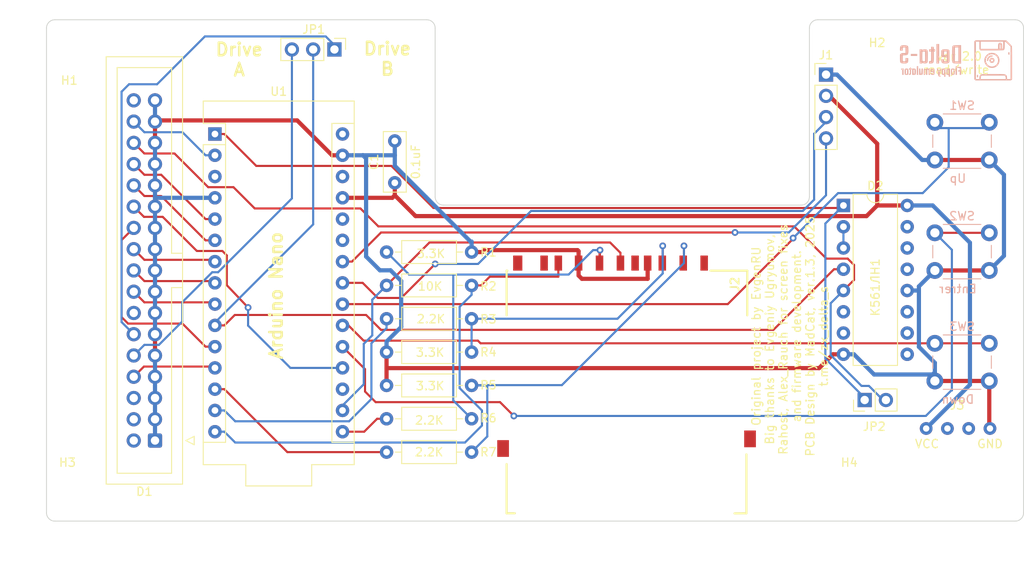
<source format=kicad_pcb>
(kicad_pcb (version 20241229) (generator "pcbnew") (generator_version "9.0")
  (title_block (title "Delta-S Floppy Emu") (date "2024-08-09") (rev "1") (company "https://t.me/zx_delta_s"))
  (layers (0 "F.Cu" signal) (2 "B.Cu" signal) (13 "F.Paste" user) (15 "B.Paste" user) (5 "F.SilkS" user "F.Silkscreen") (7 "B.SilkS" user "B.Silkscreen") (1 "F.Mask" user) (3 "B.Mask" user) (25 "Edge.Cuts" user))
  (net 0 "")
  (net 1 "GND")
  (net 5 "+5V")
  (net 6 "Net-(D1-DRIVE_SELECT_0)")
  (net 7 "Net-(D1-DRIVE_SELECT_1)")
  (net 9 "D9")
  (net 10 "D6")
  (net 11 "D5")
  (net 12 "D4")
  (net 13 "D8")
  (net 14 "A0")
  (net 15 "D3")
  (net 16 "D2")
  (net 17 "TX")
  (net 19 "RX")
  (net 20 "SDA")
  (net 21 "Net-(J2-CD{slash}DAT3)")
  (net 22 "MISO")
  (net 23 "SCL")
  (net 24 "Net-(J2-CMD)")
  (net 25 "Net-(J2-CLK)")
  (net 26 "Net-(U1-A2{slash}D16)")
  (net 27 "Net-(U1-A3{slash}D17)")
  (net 28 "Net-(U1-A1{slash}D15)")
  (net 30 "D2.1")
  (net 31 "3.3V")
  (net 33 "MOSI")
  (net 34 "SCK")
  (net 41 "D10")
  (net 48 "Net-(D2-D2)")
  (net 49 "D2.4")
  (footprint "Floppy_ftprnt_lib:USB-C Power board" (layer "F.Cu") (at 201.3 101.75)
    (property "Reference" "J3" (at -0.132 -2.69 0) (layer "F.SilkS"))
    (property "Value" "Power connector")
    (fp_text user "VCC      GND" (at -5.2625 2.5 0) (layer "F.SilkS") (effects (justify left bottom)))
    (pad "1" thru_hole circle (at -3.8375 0.075) (size 1.524 1.524) (drill 0.762) (layers "*.Cu" "*.Mask") (net 5 "+5V"))
    (pad "2" thru_hole circle (at -1.2975 0.075) (size 1.524 1.524) (drill 0.762) (layers "*.Cu" "*.Mask"))
    (pad "3" thru_hole circle (at 1.2425 0.075) (size 1.524 1.524) (drill 0.762) (layers "*.Cu" "*.Mask"))
    (pad "4" thru_hole circle (at 3.7825 0.075) (size 1.524 1.524) (drill 0.762) (layers "*.Cu" "*.Mask") (net 1 "GND"))
  )
  (footprint "Floppy_ftprnt_lib:MountingHole_3.5mm" (layer "F.Cu") (at 94.8764 55.4992)
    (property "Reference" "H1" (at 0.2236 4.7508 0) (layer "F.SilkS"))
    (property "Value" "MountingHole_3.5mm")
    (pad "" np_thru_hole circle (at 0 0) (size 3.5 3.5) (drill 3.5) (layers "*.Cu" "*.Mask"))
  )
  (footprint "Floppy_ftprnt_lib:MountingHole_3.5mm" (layer "F.Cu") (at 188.276 110.3924)
    (property "Reference" "H4" (at 0 -4.5 0) (layer "F.SilkS"))
    (property "Value" "MountingHole_3.5mm")
    (pad "" np_thru_hole circle (at 0 0) (size 3.5 3.5) (drill 3.5) (layers "*.Cu" "*.Mask"))
  )
  (footprint "Floppy_ftprnt_lib:SDCARD_4UCONN" (layer "F.Cu") (at 161.671 83.0672 -90)
    (property "Reference" "J2" (at 0.54 -12.94 90) (layer "F.SilkS") (effects (font (thickness 0.2) (bold yes)) (justify right)))
    (property "Value" "SD_Card")
    (pad "" np_thru_hole circle (at 23.3 -11.94 270) (size 1.55 1.55) (drill 1.55) (layers "*.Cu" "*.Mask"))
    (pad "" np_thru_hole circle (at 23.3 12.32 270) (size 1.55 1.55) (drill 1.55) (layers "*.Cu" "*.Mask"))
    (pad "1" smd rect (at -1 -6.77 270) (size 1.8 0.9) (layers "F.Cu" "F.Mask" "F.Paste") (net 21 "Net-(J2-CD{slash}DAT3)"))
    (pad "2" smd rect (at -1 -4.27 270) (size 1.8 0.9) (layers "F.Cu" "F.Mask" "F.Paste") (net 24 "Net-(J2-CMD)"))
    (pad "3" smd rect (at -1 -2.52 270) (size 1.8 0.9) (layers "F.Cu" "F.Mask" "F.Paste") (net 1 "GND"))
    (pad "4" smd rect (at -1 0.73 270) (size 1.8 0.9) (layers "F.Cu" "F.Mask" "F.Paste") (net 31 "3.3V"))
    (pad "5" smd rect (at -1 3.23 270) (size 1.8 0.9) (layers "F.Cu" "F.Mask" "F.Paste") (net 25 "Net-(J2-CLK)"))
    (pad "6" smd rect (at -1 5.73 270) (size 1.8 0.9) (layers "F.Cu" "F.Mask" "F.Paste") (net 1 "GND"))
    (pad "7" smd rect (at -1 8.15 270) (size 1.8 0.9) (layers "F.Cu" "F.Mask" "F.Paste") (net 22 "MISO"))
    (pad "8" smd rect (at -1 9.85 270) (size 1.8 0.9) (layers "F.Cu" "F.Mask" "F.Paste"))
    (pad "9" smd rect (at -1 -9.27 270) (size 1.8 0.9) (layers "F.Cu" "F.Mask" "F.Paste"))
    (pad "10" smd rect (at -1 -1.02 270) (size 1.8 0.9) (layers "F.Cu" "F.Mask" "F.Paste"))
    (pad "11" smd rect (at -1 13 270) (size 1.8 1.1) (layers "F.Cu" "F.Mask" "F.Paste"))
    (pad "12" smd rect (at 20 -14.75 270) (size 2 1.4) (layers "F.Cu" "F.Mask" "F.Paste"))
    (pad "13" smd rect (at 21.15 14.75 270) (size 2 1.4) (layers "F.Cu" "F.Mask" "F.Paste"))
  )
  (footprint "Floppy_ftprnt_lib:R_Axial_DIN0207_L6.3mm_D2.5mm_P10.16mm_Horizontal" (layer "F.Cu") (at 143.16 88.7167 180)
    (property "Reference" "R3" (at -2.001 -0.0563 0) (layer "F.SilkS"))
    (property "Value" "2.2K" (at 4.86 -0.033334 0) (layer "F.SilkS"))
    (pad "1" thru_hole circle (at 0 0 180) (size 1.6 1.6) (drill 0.8) (layers "*.Cu" "*.Mask") (net 24 "Net-(J2-CMD)"))
    (pad "2" thru_hole oval (at 10.16 0 180) (size 1.6 1.6) (drill 0.8) (layers "*.Cu" "*.Mask") (net 33 "MOSI"))
  )
  (footprint "Floppy_ftprnt_lib:R_Axial_DIN0207_L6.3mm_D2.5mm_P10.16mm_Horizontal" (layer "F.Cu") (at 143.16 92.7 180)
    (property "Reference" "R4" (at -2.001 -0.01 0) (layer "F.SilkS"))
    (property "Value" "3.3K" (at 4.96 -0.050001 0) (layer "F.SilkS"))
    (pad "1" thru_hole circle (at 0 0 180) (size 1.6 1.6) (drill 0.8) (layers "*.Cu" "*.Mask") (net 24 "Net-(J2-CMD)"))
    (pad "2" thru_hole oval (at 10.16 0 180) (size 1.6 1.6) (drill 0.8) (layers "*.Cu" "*.Mask") (net 1 "GND"))
  )
  (footprint "Floppy_ftprnt_lib:IDC-Header_2x17_P2.54mm_Vertical" (layer "F.Cu") (at 105.34 103.2658 180)
    (property "Reference" "D1" (at 1.27 -6.1 0) (layer "F.SilkS"))
    (property "Value" "Floppy Connector")
    (pad "1" thru_hole roundrect (at 0 0 180) (size 1.7 1.7) (drill 1) (layers "*.Cu" "*.Mask") (roundrect_rratio 0.1470588235) (net 1 "GND"))
    (pad "2" thru_hole circle (at 2.54 0 180) (size 1.7 1.7) (drill 1) (layers "*.Cu" "*.Mask"))
    (pad "3" thru_hole circle (at 0 2.54 180) (size 1.7 1.7) (drill 1) (layers "*.Cu" "*.Mask") (net 1 "GND"))
    (pad "4" thru_hole circle (at 2.54 2.54 180) (size 1.7 1.7) (drill 1) (layers "*.Cu" "*.Mask"))
    (pad "5" thru_hole circle (at 0 5.08 180) (size 1.7 1.7) (drill 1) (layers "*.Cu" "*.Mask") (net 1 "GND"))
    (pad "6" thru_hole circle (at 2.54 5.08 180) (size 1.7 1.7) (drill 1) (layers "*.Cu" "*.Mask"))
    (pad "7" thru_hole circle (at 0 7.62 180) (size 1.7 1.7) (drill 1) (layers "*.Cu" "*.Mask") (net 1 "GND"))
    (pad "8" thru_hole circle (at 2.54 7.62 180) (size 1.7 1.7) (drill 1) (layers "*.Cu" "*.Mask") (net 9 "D9"))
    (pad "9" thru_hole circle (at 0 10.16 180) (size 1.7 1.7) (drill 1) (layers "*.Cu" "*.Mask") (net 1 "GND"))
    (pad "10" thru_hole circle (at 2.54 10.16 180) (size 1.7 1.7) (drill 1) (layers "*.Cu" "*.Mask") (net 6 "Net-(D1-DRIVE_SELECT_0)"))
    (pad "11" thru_hole circle (at 0 12.7 180) (size 1.7 1.7) (drill 1) (layers "*.Cu" "*.Mask") (net 1 "GND"))
    (pad "12" thru_hole circle (at 2.54 12.7 180) (size 1.7 1.7) (drill 1) (layers "*.Cu" "*.Mask") (net 7 "Net-(D1-DRIVE_SELECT_1)"))
    (pad "13" thru_hole circle (at 0 15.24 180) (size 1.7 1.7) (drill 1) (layers "*.Cu" "*.Mask") (net 1 "GND"))
    (pad "14" thru_hole circle (at 2.54 15.24 180) (size 1.7 1.7) (drill 1) (layers "*.Cu" "*.Mask"))
    (pad "15" thru_hole circle (at 0 17.78 180) (size 1.7 1.7) (drill 1) (layers "*.Cu" "*.Mask") (net 1 "GND"))
    (pad "16" thru_hole circle (at 2.54 17.78 180) (size 1.7 1.7) (drill 1) (layers "*.Cu" "*.Mask") (net 10 "D6"))
    (pad "17" thru_hole circle (at 0 20.32 180) (size 1.7 1.7) (drill 1) (layers "*.Cu" "*.Mask") (net 1 "GND"))
    (pad "18" thru_hole circle (at 2.54 20.32 180) (size 1.7 1.7) (drill 1) (layers "*.Cu" "*.Mask") (net 11 "D5"))
    (pad "19" thru_hole circle (at 0 22.86 180) (size 1.7 1.7) (drill 1) (layers "*.Cu" "*.Mask") (net 1 "GND"))
    (pad "20" thru_hole circle (at 2.54 22.86 180) (size 1.7 1.7) (drill 1) (layers "*.Cu" "*.Mask") (net 12 "D4"))
    (pad "21" thru_hole circle (at 0 25.4 180) (size 1.7 1.7) (drill 1) (layers "*.Cu" "*.Mask") (net 1 "GND"))
    (pad "22" thru_hole circle (at 2.54 25.4 180) (size 1.7 1.7) (drill 1) (layers "*.Cu" "*.Mask") (net 13 "D8"))
    (pad "23" thru_hole circle (at 0 27.94 180) (size 1.7 1.7) (drill 1) (layers "*.Cu" "*.Mask") (net 1 "GND"))
    (pad "24" thru_hole circle (at 2.54 27.94 180) (size 1.7 1.7) (drill 1) (layers "*.Cu" "*.Mask") (net 14 "A0"))
    (pad "25" thru_hole circle (at 0 30.48 180) (size 1.7 1.7) (drill 1) (layers "*.Cu" "*.Mask") (net 1 "GND"))
    (pad "26" thru_hole circle (at 2.54 30.48 180) (size 1.7 1.7) (drill 1) (layers "*.Cu" "*.Mask") (net 15 "D3"))
    (pad "27" thru_hole circle (at 0 33.02 180) (size 1.7 1.7) (drill 1) (layers "*.Cu" "*.Mask") (net 1 "GND"))
    (pad "28" thru_hole circle (at 2.54 33.02 180) (size 1.7 1.7) (drill 1) (layers "*.Cu" "*.Mask") (net 16 "D2"))
    (pad "29" thru_hole circle (at 0 35.56 180) (size 1.7 1.7) (drill 1) (layers "*.Cu" "*.Mask") (net 1 "GND"))
    (pad "30" thru_hole circle (at 2.54 35.56 180) (size 1.7 1.7) (drill 1) (layers "*.Cu" "*.Mask") (net 17 "TX"))
    (pad "31" thru_hole circle (at 0 38.1 180) (size 1.7 1.7) (drill 1) (layers "*.Cu" "*.Mask") (net 1 "GND"))
    (pad "32" thru_hole circle (at 2.54 38.1 180) (size 1.7 1.7) (drill 1) (layers "*.Cu" "*.Mask") (net 19 "RX"))
    (pad "33" thru_hole circle (at 0 40.64 180) (size 1.7 1.7) (drill 1) (layers "*.Cu" "*.Mask") (net 1 "GND"))
    (pad "34" thru_hole circle (at 2.54 40.64 180) (size 1.7 1.7) (drill 1) (layers "*.Cu" "*.Mask"))
  )
  (footprint "Floppy_ftprnt_lib:MountingHole_3.5mm" (layer "F.Cu") (at 188.276 55.4992)
    (property "Reference" "H2" (at 3.324 0.2508 0) (layer "F.SilkS"))
    (property "Value" "MountingHole_3.5mm")
    (pad "" np_thru_hole circle (at 0 0) (size 3.5 3.5) (drill 3.5) (layers "*.Cu" "*.Mask"))
  )
  (footprint "Floppy_ftprnt_lib:Arduino_Nano" (layer "F.Cu") (at 112.5 66.65)
    (property "Reference" "U1" (at 7.62 -5.08 0) (layer "F.SilkS"))
    (property "Value" "Arduino_Nano")
    (pad "1" thru_hole rect (at 0 0) (size 1.6 1.6) (drill 0.8) (layers "*.Cu" "*.Mask") (net 30 "D2.1"))
    (pad "2" thru_hole oval (at 0 2.54) (size 1.6 1.6) (drill 0.8) (layers "*.Cu" "*.Mask") (net 19 "RX"))
    (pad "3" thru_hole oval (at 0 5.08) (size 1.6 1.6) (drill 0.8) (layers "*.Cu" "*.Mask"))
    (pad "4" thru_hole oval (at 0 7.62) (size 1.6 1.6) (drill 0.8) (layers "*.Cu" "*.Mask") (net 1 "GND"))
    (pad "5" thru_hole oval (at 0 10.16) (size 1.6 1.6) (drill 0.8) (layers "*.Cu" "*.Mask") (net 16 "D2"))
    (pad "6" thru_hole oval (at 0 12.7) (size 1.6 1.6) (drill 0.8) (layers "*.Cu" "*.Mask") (net 15 "D3"))
    (pad "7" thru_hole oval (at 0 15.24) (size 1.6 1.6) (drill 0.8) (layers "*.Cu" "*.Mask") (net 12 "D4"))
    (pad "8" thru_hole oval (at 0 17.78) (size 1.6 1.6) (drill 0.8) (layers "*.Cu" "*.Mask") (net 11 "D5"))
    (pad "9" thru_hole oval (at 0 20.32) (size 1.6 1.6) (drill 0.8) (layers "*.Cu" "*.Mask") (net 10 "D6"))
    (pad "10" thru_hole oval (at 0 22.86) (size 1.6 1.6) (drill 0.8) (layers "*.Cu" "*.Mask") (net 49 "D2.4"))
    (pad "11" thru_hole oval (at 0 25.4) (size 1.6 1.6) (drill 0.8) (layers "*.Cu" "*.Mask") (net 13 "D8"))
    (pad "12" thru_hole oval (at 0 27.94) (size 1.6 1.6) (drill 0.8) (layers "*.Cu" "*.Mask") (net 9 "D9"))
    (pad "13" thru_hole oval (at 0 30.48) (size 1.6 1.6) (drill 0.8) (layers "*.Cu" "*.Mask") (net 41 "D10"))
    (pad "14" thru_hole oval (at 0 33.02) (size 1.6 1.6) (drill 0.8) (layers "*.Cu" "*.Mask") (net 33 "MOSI"))
    (pad "15" thru_hole oval (at 0 35.56) (size 1.6 1.6) (drill 0.8) (layers "*.Cu" "*.Mask") (net 22 "MISO"))
    (pad "16" thru_hole oval (at 15.24 35.56) (size 1.6 1.6) (drill 0.8) (layers "*.Cu" "*.Mask") (net 34 "SCK"))
    (pad "17" thru_hole oval (at 15.24 33.02) (size 1.6 1.6) (drill 0.8) (layers "*.Cu" "*.Mask") (net 31 "3.3V"))
    (pad "18" thru_hole oval (at 15.24 30.48) (size 1.6 1.6) (drill 0.8) (layers "*.Cu" "*.Mask"))
    (pad "19" thru_hole oval (at 15.24 27.94) (size 1.6 1.6) (drill 0.8) (layers "*.Cu" "*.Mask") (net 14 "A0"))
    (pad "20" thru_hole oval (at 15.24 25.4) (size 1.6 1.6) (drill 0.8) (layers "*.Cu" "*.Mask") (net 28 "Net-(U1-A1{slash}D15)"))
    (pad "21" thru_hole oval (at 15.24 22.86) (size 1.6 1.6) (drill 0.8) (layers "*.Cu" "*.Mask") (net 26 "Net-(U1-A2{slash}D16)"))
    (pad "22" thru_hole oval (at 15.24 20.32) (size 1.6 1.6) (drill 0.8) (layers "*.Cu" "*.Mask") (net 27 "Net-(U1-A3{slash}D17)"))
    (pad "23" thru_hole oval (at 15.24 17.78) (size 1.6 1.6) (drill 0.8) (layers "*.Cu" "*.Mask") (net 20 "SDA"))
    (pad "24" thru_hole oval (at 15.24 15.24) (size 1.6 1.6) (drill 0.8) (layers "*.Cu" "*.Mask") (net 23 "SCL"))
    (pad "25" thru_hole oval (at 15.24 12.7) (size 1.6 1.6) (drill 0.8) (layers "*.Cu" "*.Mask"))
    (pad "26" thru_hole oval (at 15.24 10.16) (size 1.6 1.6) (drill 0.8) (layers "*.Cu" "*.Mask"))
    (pad "27" thru_hole oval (at 15.24 7.62) (size 1.6 1.6) (drill 0.8) (layers "*.Cu" "*.Mask") (net 5 "+5V"))
    (pad "28" thru_hole oval (at 15.24 5.08) (size 1.6 1.6) (drill 0.8) (layers "*.Cu" "*.Mask"))
    (pad "29" thru_hole oval (at 15.24 2.54) (size 1.6 1.6) (drill 0.8) (layers "*.Cu" "*.Mask") (net 1 "GND"))
    (pad "30" thru_hole oval (at 15.24 0) (size 1.6 1.6) (drill 0.8) (layers "*.Cu" "*.Mask"))
  )
  (footprint "Floppy_ftprnt_lib:R_Axial_DIN0207_L6.3mm_D2.5mm_P10.16mm_Horizontal" (layer "F.Cu") (at 133 84.7333)
    (property "Reference" "R2" (at 12.161 0.1027 0) (layer "F.SilkS"))
    (property "Value" "10K" (at 5.2 0.116667 0) (layer "F.SilkS"))
    (pad "1" thru_hole circle (at 0 0) (size 1.6 1.6) (drill 0.8) (layers "*.Cu" "*.Mask") (net 31 "3.3V"))
    (pad "2" thru_hole oval (at 10.16 0) (size 1.6 1.6) (drill 0.8) (layers "*.Cu" "*.Mask") (net 22 "MISO"))
  )
  (footprint "Floppy_ftprnt_lib:R_Axial_DIN0207_L6.3mm_D2.5mm_P10.16mm_Horizontal" (layer "F.Cu") (at 143.16 96.6833 180)
    (property "Reference" "R5" (at -2.001 0.0363 0) (layer "F.SilkS"))
    (property "Value" "3.3K" (at 4.96 -0.066668 0) (layer "F.SilkS"))
    (pad "1" thru_hole circle (at 0 0 180) (size 1.6 1.6) (drill 0.8) (layers "*.Cu" "*.Mask") (net 21 "Net-(J2-CD{slash}DAT3)"))
    (pad "2" thru_hole oval (at 10.16 0 180) (size 1.6 1.6) (drill 0.8) (layers "*.Cu" "*.Mask") (net 1 "GND"))
  )
  (footprint "Floppy_ftprnt_lib:MountingHole_3.5mm" (layer "F.Cu") (at 94.8764 110.3924)
    (property "Reference" "H3" (at 0 -4.5 0) (layer "F.SilkS"))
    (property "Value" "MountingHole_3.5mm")
    (pad "" np_thru_hole circle (at 0 0) (size 3.5 3.5) (drill 3.5) (layers "*.Cu" "*.Mask"))
  )
  (footprint "Floppy_ftprnt_lib:R_Axial_DIN0207_L6.3mm_D2.5mm_P10.16mm_Horizontal" (layer "F.Cu") (at 133 80.75)
    (property "Reference" "R1" (at 12.161 0.022 0) (layer "F.SilkS"))
    (property "Value" "3.3K" (at 5.3 0.2 0) (layer "F.SilkS"))
    (pad "1" thru_hole circle (at 0 0) (size 1.6 1.6) (drill 0.8) (layers "*.Cu" "*.Mask") (net 25 "Net-(J2-CLK)"))
    (pad "2" thru_hole oval (at 10.16 0) (size 1.6 1.6) (drill 0.8) (layers "*.Cu" "*.Mask") (net 1 "GND"))
  )
  (footprint "Floppy_ftprnt_lib:PinHeader_1x04_P2.54mm_Vertical" (layer "F.Cu") (at 185.5 59.55)
    (property "Reference" "J1" (at 0 -2.33 0) (layer "F.SilkS"))
    (property "Value" "SCREEN OUTPUT")
    (pad "1" thru_hole rect (at 0 0) (size 1.7 1.7) (drill 1) (layers "*.Cu" "*.Mask") (net 1 "GND"))
    (pad "2" thru_hole oval (at 0 2.54) (size 1.7 1.7) (drill 1) (layers "*.Cu" "*.Mask") (net 5 "+5V"))
    (pad "3" thru_hole oval (at 0 5.08) (size 1.7 1.7) (drill 1) (layers "*.Cu" "*.Mask") (net 20 "SDA"))
    (pad "4" thru_hole oval (at 0 7.62) (size 1.7 1.7) (drill 1) (layers "*.Cu" "*.Mask") (net 23 "SCL"))
  )
  (footprint "Floppy_ftprnt_lib:R_Axial_DIN0207_L6.3mm_D2.5mm_P10.16mm_Horizontal" (layer "F.Cu") (at 143.16 104.65 180)
    (property "Reference" "R7" (at -2.001 0.002 0) (layer "F.SilkS"))
    (property "Value" "2.2K" (at 5.08 0 0) (layer "F.SilkS"))
    (pad "1" thru_hole circle (at 0 0 180) (size 1.6 1.6) (drill 0.8) (layers "*.Cu" "*.Mask") (net 21 "Net-(J2-CD{slash}DAT3)"))
    (pad "2" thru_hole oval (at 10.16 0 180) (size 1.6 1.6) (drill 0.8) (layers "*.Cu" "*.Mask") (net 41 "D10"))
  )
  (footprint "Connector_PinHeader_2.54mm:PinHeader_1x02_P2.54mm_Vertical" (layer "F.Cu") (at 190.114 98.425 90)
    (property "Reference" "JP2" (at -3.175 1.148 180) (layer "F.SilkS"))
    (property "Value" "Jumper_2_Open")
    (pad "1" thru_hole rect (at 0 0 90) (size 1.7 1.7) (drill 1) (layers "*.Cu" "*.Mask") (net 30 "D2.1"))
    (pad "2" thru_hole oval (at 0 2.54 90) (size 1.7 1.7) (drill 1) (layers "*.Cu" "*.Mask") (net 17 "TX"))
  )
  (footprint "Floppy_ftprnt_lib:PinHeader_1x03_P2.54mm_Vertical" (layer "F.Cu") (at 126.775 56.55 -90)
    (property "Reference" "JP1" (at -2.4 2.475 180) (layer "F.SilkS"))
    (property "Value" "Jumper_3_Open")
    (pad "1" thru_hole rect (at 0 0 270) (size 1.7 1.7) (drill 1) (layers "*.Cu" "*.Mask") (net 7 "Net-(D1-DRIVE_SELECT_1)"))
    (pad "2" thru_hole oval (at 0 2.54 270) (size 1.7 1.7) (drill 1) (layers "*.Cu" "*.Mask") (net 49 "D2.4"))
    (pad "3" thru_hole oval (at 0 5.08 270) (size 1.7 1.7) (drill 1) (layers "*.Cu" "*.Mask") (net 6 "Net-(D1-DRIVE_SELECT_0)"))
  )
  (footprint "Floppy_ftprnt_lib:R_Axial_DIN0207_L6.3mm_D2.5mm_P10.16mm_Horizontal" (layer "F.Cu") (at 143.16 100.6667 180)
    (property "Reference" "R6" (at -2.001 0.0827 0) (layer "F.SilkS"))
    (property "Value" "2.2K" (at 5.06 -0.183335 0) (layer "F.SilkS"))
    (pad "1" thru_hole circle (at 0 0 180) (size 1.6 1.6) (drill 0.8) (layers "*.Cu" "*.Mask") (net 25 "Net-(J2-CLK)"))
    (pad "2" thru_hole oval (at 10.16 0 180) (size 1.6 1.6) (drill 0.8) (layers "*.Cu" "*.Mask") (net 34 "SCK"))
  )
  (footprint "Floppy_ftprnt_lib:C_Disc_D7.0mm_W2.5mm_P5.00mm" (layer "F.Cu") (at 133.985 72.477 90)
    (property "Reference" "C1" (at 2.5 -2.5 90) (layer "F.SilkS"))
    (property "Value" "0.1uF" (at 2.5 2.5 90) (layer "F.SilkS"))
    (pad "1" thru_hole circle (at 0 0 90) (size 1.6 1.6) (drill 0.8) (layers "*.Cu" "*.Mask") (net 5 "+5V"))
    (pad "2" thru_hole circle (at 5 0 90) (size 1.6 1.6) (drill 0.8) (layers "*.Cu" "*.Mask") (net 1 "GND"))
  )
  (footprint "Package_DIP:DIP-16_W7.62mm" (layer "F.Cu") (at 187.579 75.184)
    (property "Reference" "D2" (at 3.81 -2.33 0) (layer "F.SilkS"))
    (property "Value" "К561ЛН1" (at 3.81 9.779 90) (layer "F.SilkS"))
    (pad "1" thru_hole rect (at 0 0) (size 1.6 1.6) (drill 0.8) (layers "*.Cu" "*.Mask") (net 30 "D2.1"))
    (pad "2" thru_hole oval (at 0 2.54) (size 1.6 1.6) (drill 0.8) (layers "*.Cu" "*.Mask") (net 48 "Net-(D2-D2)"))
    (pad "3" thru_hole oval (at 0 5.08) (size 1.6 1.6) (drill 0.8) (layers "*.Cu" "*.Mask") (net 48 "Net-(D2-D2)"))
    (pad "4" thru_hole oval (at 0 7.62) (size 1.6 1.6) (drill 0.8) (layers "*.Cu" "*.Mask") (net 49 "D2.4"))
    (pad "5" thru_hole oval (at 0 10.16) (size 1.6 1.6) (drill 0.8) (layers "*.Cu" "*.Mask") (net 17 "TX"))
    (pad "6" thru_hole oval (at 0 12.7) (size 1.6 1.6) (drill 0.8) (layers "*.Cu" "*.Mask"))
    (pad "7" thru_hole oval (at 0 15.24) (size 1.6 1.6) (drill 0.8) (layers "*.Cu" "*.Mask"))
    (pad "8" thru_hole oval (at 0 17.78) (size 1.6 1.6) (drill 0.8) (layers "*.Cu" "*.Mask") (net 1 "GND"))
    (pad "9" thru_hole oval (at 7.62 17.78) (size 1.6 1.6) (drill 0.8) (layers "*.Cu" "*.Mask"))
    (pad "10" thru_hole oval (at 7.62 15.24) (size 1.6 1.6) (drill 0.8) (layers "*.Cu" "*.Mask"))
    (pad "11" thru_hole oval (at 7.62 12.7) (size 1.6 1.6) (drill 0.8) (layers "*.Cu" "*.Mask"))
    (pad "12" thru_hole oval (at 7.62 10.16) (size 1.6 1.6) (drill 0.8) (layers "*.Cu" "*.Mask") (net 1 "GND"))
    (pad "13" thru_hole oval (at 7.62 7.62) (size 1.6 1.6) (drill 0.8) (layers "*.Cu" "*.Mask"))
    (pad "14" thru_hole oval (at 7.62 5.08) (size 1.6 1.6) (drill 0.8) (layers "*.Cu" "*.Mask"))
    (pad "15" thru_hole oval (at 7.62 2.54) (size 1.6 1.6) (drill 0.8) (layers "*.Cu" "*.Mask"))
    (pad "16" thru_hole oval (at 7.62 0) (size 1.6 1.6) (drill 0.8) (layers "*.Cu" "*.Mask") (net 5 "+5V"))
  )
  (footprint "Floppy_ftprnt_lib:SW_PUSH_6mm" (layer "B.Cu") (at 205 78.45 180)
    (property "Reference" "SW2" (at 3.25 2 0) (layer "B.SilkS") (effects (justify mirror)))
    (property "Value" "Entrer" (at 3.75 -6.7 0) (layer "B.SilkS") (effects (justify mirror)))
    (pad "1" thru_hole circle (at 0 0 90) (size 2 2) (drill 1.1) (layers "*.Cu" "*.Mask") (net 28 "Net-(U1-A1{slash}D15)"))
    (pad "1" thru_hole circle (at 6.5 0 90) (size 2 2) (drill 1.1) (layers "*.Cu" "*.Mask") (net 28 "Net-(U1-A1{slash}D15)"))
    (pad "2" thru_hole circle (at 0 -4.5 90) (size 2 2) (drill 1.1) (layers "*.Cu" "*.Mask") (net 1 "GND"))
    (pad "2" thru_hole circle (at 6.5 -4.5 90) (size 2 2) (drill 1.1) (layers "*.Cu" "*.Mask") (net 1 "GND"))
  )
  (footprint "Floppy_ftprnt_lib:SW_PUSH_6mm" (layer "B.Cu") (at 205 91.65 180)
    (property "Reference" "SW3" (at 3.25 2 0) (layer "B.SilkS") (effects (justify mirror)))
    (property "Value" "Down" (at 3.75 -6.7 0) (layer "B.SilkS") (effects (justify mirror)))
    (pad "1" thru_hole circle (at 0 0 90) (size 2 2) (drill 1.1) (layers "*.Cu" "*.Mask") (net 26 "Net-(U1-A2{slash}D16)"))
    (pad "1" thru_hole circle (at 6.5 0 90) (size 2 2) (drill 1.1) (layers "*.Cu" "*.Mask") (net 26 "Net-(U1-A2{slash}D16)"))
    (pad "2" thru_hole circle (at 0 -4.5 90) (size 2 2) (drill 1.1) (layers "*.Cu" "*.Mask") (net 1 "GND"))
    (pad "2" thru_hole circle (at 6.5 -4.5 90) (size 2 2) (drill 1.1) (layers "*.Cu" "*.Mask") (net 1 "GND"))
  )
  (footprint "Floppy_ftprnt_lib:logo2" (layer "B.Cu") (at 200.7 57.85005 180)
    (property "Reference" "G***")
    (property "Value" "LOGO" (hide yes))
  )
  (footprint "Floppy_ftprnt_lib:SW_PUSH_6mm" (layer "B.Cu") (at 205 65.25 180)
    (property "Reference" "SW1" (at 3.25 2 0) (layer "B.SilkS") (effects (justify mirror)))
    (property "Value" "Up" (at 3.75 -6.7 0) (layer "B.SilkS") (effects (justify mirror)))
    (pad "1" thru_hole circle (at 0 0 90) (size 2 2) (drill 1.1) (layers "*.Cu" "*.Mask") (net 27 "Net-(U1-A3{slash}D17)"))
    (pad "1" thru_hole circle (at 6.5 0 90) (size 2 2) (drill 1.1) (layers "*.Cu" "*.Mask") (net 27 "Net-(U1-A3{slash}D17)"))
    (pad "2" thru_hole circle (at 0 -4.5 90) (size 2 2) (drill 1.1) (layers "*.Cu" "*.Mask") (net 1 "GND"))
    (pad "2" thru_hole circle (at 6.5 -4.5 90) (size 2 2) (drill 1.1) (layers "*.Cu" "*.Mask") (net 1 "GND"))
  )
  (gr_arc (start 92.3764 53.99925) (mid 92.669293 53.292143) (end 93.3764 52.99925) (stroke (width 0.1)) (layer "Edge.Cuts"))
  (gr_arc (start 137.8076 52.99925) (mid 138.514707 53.292143) (end 138.8076 53.99925) (stroke (width 0.1)) (layer "Edge.Cuts"))
  (gr_arc (start 93.3764 112.89245) (mid 92.669293 112.599557) (end 92.3764 111.89245) (stroke (width 0.1)) (layer "Edge.Cuts"))
  (gr_line (start 183.5116 74.14805) (end 183.5116 53.99925) (stroke (width 0.1)) (layer "Edge.Cuts"))
  (gr_arc (start 208.1 52.99925) (mid 208.807107 53.292143) (end 209.1 53.99925) (stroke (width 0.1)) (layer "Edge.Cuts"))
  (gr_line (start 209.1 53.99925) (end 209.1 111.89245) (stroke (width 0.1)) (layer "Edge.Cuts"))
  (gr_arc (start 183.5116 53.99925) (mid 183.804493 53.292143) (end 184.5116 52.99925) (stroke (width 0.1)) (layer "Edge.Cuts"))
  (gr_line (start 92.3764 111.89245) (end 92.3764 53.99925) (stroke (width 0.1)) (layer "Edge.Cuts"))
  (gr_line (start 184.5116 52.99925) (end 208.1 52.99925) (stroke (width 0.1)) (layer "Edge.Cuts"))
  (gr_arc (start 183.5116 74.14805) (mid 183.218707 74.855157) (end 182.5116 75.14805) (stroke (width 0.1)) (layer "Edge.Cuts"))
  (gr_arc (start 209.1 111.89245) (mid 208.807107 112.599557) (end 208.1 112.89245) (stroke (width 0.1)) (layer "Edge.Cuts"))
  (gr_arc (start 139.8076 75.14805) (mid 139.100493 74.855157) (end 138.8076 74.14805) (stroke (width 0.1)) (layer "Edge.Cuts"))
  (gr_line (start 208.1 112.89245) (end 93.3764 112.89245) (stroke (width 0.1)) (layer "Edge.Cuts"))
  (gr_line (start 93.3764 52.99925) (end 137.8076 52.99925) (stroke (width 0.1)) (layer "Edge.Cuts"))
  (gr_line (start 139.8076 75.14805) (end 182.5116 75.14805) (stroke (width 0.1)) (layer "Edge.Cuts"))
  (gr_line (start 138.8076 53.99925) (end 138.8076 74.14805) (stroke (width 0.1)) (layer "Edge.Cuts"))
  (gr_text " ver 2.0\nread/write" (at 201.041 59.563 0) (layer "F.SilkS") (effects (font (size 1 1)) (justify bottom)))
  (gr_text "Arduino Nano" (at 119.8 85.95005 90) (layer "F.SilkS") (effects (font (size 1.5 1.5) (thickness 0.3) (bold yes))))
  (gr_text "Drive\nB" (at 133.1 59.75005 0) (layer "F.SilkS") (effects (font (size 1.5 1.5) (thickness 0.3) (bold yes)) (justify bottom)))
  (gr_text "Original project by EvgenRU\nBig thanks to Evgeniy Ugryumov, \nRahost, Alex_Rauch for screen fixes \nand firmware development.\nPCB Design by MadCat, ver.1.3, 2025\nt.me/zx_delta_s" (at 185.801 90.805 90) (layer "F.SilkS") (effects (font (size 1 1)) (justify bottom)))
  (gr_text "Drive\nA" (at 115.4 59.85005 0) (layer "F.SilkS") (effects (font (size 1.5 1.5) (thickness 0.3) (bold yes)) (justify bottom)))
  (segment (start 155.941 80.645) (end 155.941 82.0672) (width 0.5) (layer "F.Cu") (net 1))
  (segment (start 205 101.7425) (end 205.0825 101.825) (width 0.5) (layer "F.Cu") (net 1))
  (segment (start 105.34 65.3981) (end 105.34 65.1658) (width 0.5) (layer "F.Cu") (net 1))
  (segment (start 144.4119 80.75) (end 144.6439 80.518) (width 0.5) (layer "F.Cu") (net 1))
  (segment (start 133 92.7) (end 133 96.6833) (width 0.5) (layer "F.Cu") (net 1))
  (segment (start 105.34 65.3981) (end 105.7141 65.024) (width 0.5) (layer "F.Cu") (net 1))
  (segment (start 205 96.15) (end 205 101.7425) (width 0.5) (layer "F.Cu") (net 1))
  (segment (start 122.3221 65.024) (end 126.4881 69.19) (width 0.5) (layer "F.Cu") (net 1))
  (segment (start 205 82.95) (end 198.5 82.95) (width 0.5) (layer "F.Cu") (net 1))
  (segment (start 133 94.615) (end 184.6761 94.615) (width 0.5) (layer "F.Cu") (net 1))
  (segment (start 143.16 80.75) (end 144.4119 80.75) (width 0.5) (layer "F.Cu") (net 1))
  (segment (start 105.34 67.7058) (end 105.34 65.3981) (width 0.5) (layer "F.Cu") (net 1))
  (segment (start 105.34 90.5658) (end 105.34 93.1058) (width 0.5) (layer "F.Cu") (net 1))
  (segment (start 126.4881 69.19) (end 127.74 69.19) (width 0.5) (layer "F.Cu") (net 1))
  (segment (start 164.191 83.947) (end 164.191 82.0672) (width 0.5) (layer "F.Cu") (net 1))
  (segment (start 105.7141 65.024) (end 122.3221 65.024) (width 0.5) (layer "F.Cu") (net 1))
  (segment (start 186.3271 92.964) (end 187.579 92.964) (width 0.5) (layer "F.Cu") (net 1))
  (segment (start 144.6439 80.518) (end 155.814 80.518) (width 0.5) (layer "F.Cu") (net 1))
  (segment (start 155.941 82.0672) (end 155.941 83.551) (width 0.5) (layer "F.Cu") (net 1))
  (segment (start 155.814 80.518) (end 155.941 80.645) (width 0.5) (layer "F.Cu") (net 1))
  (segment (start 155.941 83.551) (end 156.337 83.947) (width 0.5) (layer "F.Cu") (net 1))
  (segment (start 156.337 83.947) (end 164.191 83.947) (width 0.5) (layer "F.Cu") (net 1))
  (segment (start 198.5 96.15) (end 205 96.15) (width 0.5) (layer "F.Cu") (net 1))
  (segment (start 198.5 69.75) (end 205 69.75) (width 0.5) (layer "F.Cu") (net 1))
  (segment (start 184.6761 94.615) (end 186.3271 92.964) (width 0.5) (layer "F.Cu") (net 1))
  (segment (start 132.207 82.931) (end 130.556 81.28) (width 0.5) (layer "B.Cu") (net 1))
  (segment (start 130.556 69.571) (end 130.175 69.19) (width 0.5) (layer "B.Cu") (net 1))
  (segment (start 134.747 84.201) (end 133.477 82.931) (width 0.5) (layer "B.Cu") (net 1))
  (segment (start 130.556 81.28) (end 130.556 69.571) (width 0.5) (layer "B.Cu") (net 1))
  (segment (start 206.756 81.194) (end 205 82.95) (width 0.5) (layer "B.Cu") (net 1))
  (segment (start 105.34 74.27) (end 111.2481 74.27) (width 0.5) (layer "B.Cu") (net 1))
  (segment (start 105.34 70.2458) (end 105.34 72.7858) (width 0.5) (layer "B.Cu") (net 1))
  (segment (start 187.579 92.964) (end 188.8309 92.964) (width 0.5) (layer "B.Cu") (net 1))
  (segment (start 105.34 67.7058) (end 105.34 70.2458) (width 0.5) (layer "B.Cu") (net 1))
  (segment (start 195.199 85.344) (end 196.4509 85.344) (width 0.5) (layer "B.Cu") (net 1))
  (segment (start 188.8309 92.964) (end 191.2439 95.377) (width 0.5) (layer "B.Cu") (net 1))
  (segment (start 105.34 85.4858) (end 105.34 88.0258) (width 0.5) (layer "B.Cu") (net 1))
  (segment (start 206.756 71.506) (end 206.756 81.194) (width 0.5) (layer "B.Cu") (net 1))
  (segment (start 205 69.75) (end 206.756 71.506) (width 0.5) (layer "B.Cu") (net 1))
  (segment (start 105.34 93.1058) (end 105.34 95.6458) (width 0.5) (layer "B.Cu") (net 1))
  (segment (start 198.5 96.15) (end 198.5 93.979) (width 0.5) (layer "B.Cu") (net 1))
  (segment (start 186.8019 59.55) (end 197.0019 69.75) (width 0.5) (layer "B.Cu") (net 1))
  (segment (start 105.34 80.4058) (end 105.34 82.9458) (width 0.5) (layer "B.Cu") (net 1))
  (segment (start 105.34 77.8658) (end 105.34 80.4058) (width 0.5) (layer "B.Cu") (net 1))
  (segment (start 134.747 89.7011) (end 134.747 84.201) (width 0.5) (layer "B.Cu") (net 1))
  (segment (start 198.5 93.979) (end 196.596 92.075) (width 0.5) (layer "B.Cu") (net 1))
  (segment (start 105.34 100.7258) (end 105.34 103.2658) (width 0.5) (layer "B.Cu") (net 1))
  (segment (start 127.74 69.19) (end 128.9919 69.19) (width 0.5) (layer "B.Cu") (net 1))
  (segment (start 133.985 69.19) (end 130.175 69.19) (width 0.5) (layer "B.Cu") (net 1))
  (segment (start 105.34 95.6458) (end 105.34 98.1858) (width 0.5) (layer "B.Cu") (net 1))
  (segment (start 105.34 74.27) (end 105.34 75.3258) (width 0.5) (layer "B.Cu") (net 1))
  (segment (start 105.34 75.3258) (end 105.34 77.8658) (width 0.5) (layer "B.Cu") (net 1))
  (segment (start 143.16 80.75) (end 143.16 79.4981) (width 0.5) (layer "B.Cu") (net 1))
  (segment (start 196.596 84.854) (end 198.5 82.95) (width 0.5) (layer "B.Cu") (net 1))
  (segment (start 185.5 59.55) (end 186.8019 59.55) (width 0.5) (layer "B.Cu") (net 1))
  (segment (start 105.34 72.7858) (end 105.34 74.27) (width 0.5) (layer "B.Cu") (net 1))
  (segment (start 133.985 70.4528) (end 133.985 69.19) (width 0.5) (layer "B.Cu") (net 1))
  (segment (start 105.34 62.6258) (end 105.34 65.1658) (width 0.5) (layer "B.Cu") (net 1))
  (segment (start 191.2439 95.377) (end 198.246 95.377) (width 0.5) (layer "B.Cu") (net 1))
  (segment (start 105.34 88.0258) (end 105.34 90.5658) (width 0.5) (layer "B.Cu") (net 1))
  (segment (start 105.34 98.1858) (end 105.34 100.7258) (width 0.5) (layer "B.Cu") (net 1))
  (segment (start 143.16 79.4981) (end 143.0303 79.4981) (width 0.5) (layer "B.Cu") (net 1))
  (segment (start 197.0019 69.75) (end 198.5 69.75) (width 0.5) (layer "B.Cu") (net 1))
  (segment (start 105.34 82.9458) (end 105.34 85.4858) (width 0.5) (layer "B.Cu") (net 1))
  (segment (start 133.985 69.19) (end 133.985 67.477) (width 0.5) (layer "B.Cu") (net 1))
  (segment (start 133 92.7) (end 133 91.4481) (width 0.5) (layer "B.Cu") (net 1))
  (segment (start 198.5 95.123) (end 198.5 96.15) (width 0.5) (layer "B.Cu") (net 1))
  (segment (start 112.5 74.27) (end 111.2481 74.27) (width 0.5) (layer "B.Cu") (net 1))
  (segment (start 130.175 69.19) (end 128.9919 69.19) (width 0.5) (layer "B.Cu") (net 1))
  (segment (start 196.596 92.075) (end 196.596 84.854) (width 0.5) (layer "B.Cu") (net 1))
  (segment (start 198.246 95.377) (end 198.5 95.123) (width 0.5) (layer "B.Cu") (net 1))
  (segment (start 137.7427 74.2105) (end 133.985 70.4528) (width 0.5) (layer "B.Cu") (net 1))
  (segment (start 133 91.4481) (end 134.747 89.7011) (width 0.5) (layer "B.Cu") (net 1))
  (segment (start 143.0303 79.4981) (end 137.7427 74.2105) (width 0.5) (layer "B.Cu") (net 1))
  (segment (start 133.477 82.931) (end 132.207 82.931) (width 0.5) (layer "B.Cu") (net 1))
  (segment (start 190.3405 76.454) (end 136.4665 76.454) (width 0.5) (layer "F.Cu") (net 5))
  (segment (start 191.6105 75.184) (end 190.3405 76.454) (width 0.5) (layer "F.Cu") (net 5))
  (segment (start 136.4665 76.454) (end 136.3871 76.3746) (width 0.5) (layer "F.Cu") (net 5))
  (segment (start 133.985 73.9725) (end 133.985 72.477) (width 0.5) (layer "F.Cu") (net 5))
  (segment (start 191.6105 67.8064) (end 191.6105 75.184) (width 0.5) (layer "F.Cu") (net 5))
  (segment (start 133.985 73.9725) (end 133.6875 74.27) (width 0.5) (layer "F.Cu") (net 5))
  (segment (start 195.199 75.184) (end 194.0721 75.184) (width 0.5) (layer "F.Cu") (net 5))
  (segment (start 133.6875 74.27) (end 127.74 74.27) (width 0.5) (layer "F.Cu") (net 5))
  (segment (start 194.0721 75.184) (end 191.6105 75.184) (width 0.5) (layer "F.Cu") (net 5))
  (segment (start 185.5 62.09) (end 185.8941 62.09) (width 0.5) (layer "F.Cu") (net 5))
  (segment (start 136.3871 76.3746) (end 133.985 73.9725) (width 0.5) (layer "F.Cu") (net 5))
  (segment (start 185.8941 62.09) (end 191.6105 67.8064) (width 0.5) (layer "F.Cu") (net 5))
  (segment (start 195.199 75.184) (end 198.247 75.184) (width 0.5) (layer "B.Cu") (net 5))
  (segment (start 202.692 96.5955) (end 197.4625 101.825) (width 0.5) (layer "B.Cu") (net 5))
  (segment (start 202.692 79.629) (end 202.692 96.5955) (width 0.5) (layer "B.Cu") (net 5))
  (segment (start 198.247 75.184) (end 202.692 79.629) (width 0.5) (layer "B.Cu") (net 5))
  (segment (start 104.07 91.8358) (end 102.8 93.1058) (width 0.25) (layer "B.Cu") (net 6))
  (segment (start 112.1754 83.16) (end 108.5923 86.7431) (width 0.25) (layer "B.Cu") (net 6))
  (segment (start 108.5923 86.7431) (end 108.5923 89.0501) (width 0.25) (layer "B.Cu") (net 6))
  (segment (start 105.8066 91.8358) (end 104.07 91.8358) (width 0.25) (layer "B.Cu") (net 6))
  (segment (start 121.695 74.3404) (end 112.8754 83.16) (width 0.25) (layer "B.Cu") (net 6))
  (segment (start 121.695 56.55) (end 121.695 74.3404) (width 0.25) (layer "B.Cu") (net 6))
  (segment (start 112.8754 83.16) (end 112.1754 83.16) (width 0.25) (layer "B.Cu") (net 6))
  (segment (start 108.5923 89.0501) (end 105.8066 91.8358) (width 0.25) (layer "B.Cu") (net 6))
  (segment (start 105.5826 60.706) (end 102.235 60.706) (width 0.25) (layer "B.Cu") (net 7))
  (segment (start 101.346 89.1118) (end 102.8 90.5658) (width 0.25) (layer "B.Cu") (net 7))
  (segment (start 126.775 56.55) (end 126.775 56.036) (width 0.25) (layer "B.Cu") (net 7))
  (segment (start 102.235 60.706) (end 101.346 61.595) (width 0.25) (layer "B.Cu") (net 7))
  (segment (start 101.346 61.595) (end 101.346 89.1118) (width 0.25) (layer "B.Cu") (net 7))
  (segment (start 126.775 56.036) (end 125.73 54.991) (width 0.25) (layer "B.Cu") (net 7))
  (segment (start 125.73 54.991) (end 111.2976 54.991) (width 0.25) (layer "B.Cu") (net 7))
  (segment (start 111.2976 54.991) (end 105.5826 60.706) (width 0.25) (layer "B.Cu") (net 7))
  (segment (start 112.3393 94.4293) (end 104.0165 94.4293) (width 0.25) (layer "F.Cu") (net 9))
  (segment (start 112.5 94.59) (end 112.3393 94.4293) (width 0.25) (layer "F.Cu") (net 9))
  (segment (start 104.0165 94.4293) (end 102.8 95.6458) (width 0.25) (layer "F.Cu") (net 9))
  (segment (start 112.2858 86.7558) (end 104.07 86.7558) (width 0.25) (layer "F.Cu") (net 10))
  (segment (start 112.5 86.97) (end 112.2858 86.7558) (width 0.25) (layer "F.Cu") (net 10))
  (segment (start 104.07 86.7558) (end 102.8 85.4858) (width 0.25) (layer "F.Cu") (net 10))
  (segment (start 112.2858 84.2158) (end 104.07 84.2158) (width 0.25) (layer "F.Cu") (net 11))
  (segment (start 104.07 84.2158) (end 102.8 82.9458) (width 0.25) (layer "F.Cu") (net 11))
  (segment (start 112.5 84.43) (end 112.2858 84.2158) (width 0.25) (layer "F.Cu") (net 11))
  (segment (start 112.2858 81.6758) (end 104.07 81.6758) (width 0.25) (layer "F.Cu") (net 12))
  (segment (start 112.5 81.89) (end 112.2858 81.6758) (width 0.25) (layer "F.Cu") (net 12))
  (segment (start 104.07 81.6758) (end 102.8 80.4058) (width 0.25) (layer "F.Cu") (net 12))
  (segment (start 101.346 88.519) (end 101.346 79.3198) (width 0.25) (layer "F.Cu") (net 13))
  (segment (start 108.6189 89.2958) (end 102.1228 89.2958) (width 0.25) (layer "F.Cu") (net 13))
  (segment (start 102.1228 89.2958) (end 101.346 88.519) (width 0.25) (layer "F.Cu") (net 13))
  (segment (start 101.346 79.3198) (end 102.8 77.8658) (width 0.25) (layer "F.Cu") (net 13))
  (segment (start 111.3731 92.05) (end 108.6189 89.2958) (width 0.25) (layer "F.Cu") (net 13))
  (segment (start 112.5 92.05) (end 111.3731 92.05) (width 0.25) (layer "F.Cu") (net 13))
  (segment (start 110.338 80.62) (end 113.386 80.62) (width 0.25) (layer "F.Cu") (net 14))
  (segment (start 113.919 81.153) (end 113.919 84.709) (width 0.25) (layer "F.Cu") (net 14))
  (segment (start 106.2636 76.5456) (end 110.338 80.62) (width 0.25) (layer "F.Cu") (net 14))
  (segment (start 113.919 84.709) (end 116.459 87.376) (width 0.25) (layer "F.Cu") (net 14))
  (segment (start 104.0198 76.5456) (end 106.2636 76.5456) (width 0.25) (layer "F.Cu") (net 14))
  (segment (start 116.459 87.376) (end 116.459 87.249) (width 0.25) (layer "F.Cu") (net 14))
  (segment (start 113.386 80.62) (end 113.919 81.153) (width 0.25) (layer "F.Cu") (net 14))
  (segment (start 102.8 75.3258) (end 104.0198 76.5456) (width 0.25) (layer "F.Cu") (net 14))
  (via (at 116.459 87.376) (size 0.8) (drill 0.4) (layers "F.Cu" "B.Cu") (net 14))
  (segment (start 121.514 94.59) (end 127.74 94.59) (width 0.25) (layer "B.Cu") (net 14))
  (segment (start 116.459 87.376) (end 116.459 89.535) (width 0.25) (layer "B.Cu") (net 14))
  (segment (start 116.459 89.535) (end 121.514 94.59) (width 0.25) (layer "B.Cu") (net 14))
  (segment (start 104.07 74.0558) (end 102.8 72.7858) (width 0.25) (layer "F.Cu") (net 15))
  (segment (start 112.5 79.35) (end 111.3731 79.35) (width 0.25) (layer "F.Cu") (net 15))
  (segment (start 106.0789 74.0558) (end 104.07 74.0558) (width 0.25) (layer "F.Cu") (net 15))
  (segment (start 111.3731 79.35) (end 106.0789 74.0558) (width 0.25) (layer "F.Cu") (net 15))
  (segment (start 102.8 70.2458) (end 104.0715 71.5173) (width 0.25) (layer "F.Cu") (net 16))
  (segment (start 104.0715 71.5173) (end 106.0804 71.5173) (width 0.25) (layer "F.Cu") (net 16))
  (segment (start 106.0804 71.5173) (end 111.3731 76.81) (width 0.25) (layer "F.Cu") (net 16))
  (segment (start 112.5 76.81) (end 111.3731 76.81) (width 0.25) (layer "F.Cu") (net 16))
  (segment (start 104.07 68.9758) (end 102.8 67.7058) (width 0.25) (layer "F.Cu") (net 17))
  (segment (start 187.579 85.344) (end 188.849 84.074) (width 0.25) (layer "F.Cu") (net 17))
  (segment (start 111.6937 73) (end 107.6695 68.9758) (width 0.25) (layer "F.Cu") (net 17))
  (segment (start 132.0227 77.6833) (end 129.8794 75.54) (width 0.25) (layer "F.Cu") (net 17))
  (segment (start 114.7102 73) (end 111.6937 73) (width 0.25) (layer "F.Cu") (net 17))
  (segment (start 117.2502 75.54) (end 114.7102 73) (width 0.25) (layer "F.Cu") (net 17))
  (segment (start 185.547 81.534) (end 181.6963 77.6833) (width 0.25) (layer "F.Cu") (net 17))
  (segment (start 188.849 84.074) (end 188.849 82.296) (width 0.25) (layer "F.Cu") (net 17))
  (segment (start 107.6695 68.9758) (end 104.07 68.9758) (width 0.25) (layer "F.Cu") (net 17))
  (segment (start 188.087 81.534) (end 185.547 81.534) (width 0.25) (layer "F.Cu") (net 17))
  (segment (start 181.6963 77.6833) (end 132.0227 77.6833) (width 0.25) (layer "F.Cu") (net 17))
  (segment (start 188.849 82.296) (end 188.087 81.534) (width 0.25) (layer "F.Cu") (net 17))
  (segment (start 129.8794 75.54) (end 117.2502 75.54) (width 0.25) (layer "F.Cu") (net 17))
  (segment (start 192.3094 98.425) (end 192.654 98.425) (width 0.25) (layer "B.Cu") (net 17))
  (segment (start 190.6252 96.7408) (end 192.3094 98.425) (width 0.25) (layer "B.Cu") (net 17))
  (segment (start 186.055 93.0493) (end 189.7465 96.7408) (width 0.25) (layer "B.Cu") (net 17))
  (segment (start 187.579 85.344) (end 186.055 86.868) (width 0.25) (layer "B.Cu") (net 17))
  (segment (start 186.055 86.868) (end 186.055 93.0493) (width 0.25) (layer "B.Cu") (net 17))
  (segment (start 189.7465 96.7408) (end 190.6252 96.7408) (width 0.25) (layer "B.Cu") (net 17))
  (segment (start 108.6189 66.4358) (end 104.07 66.4358) (width 0.25) (layer "B.Cu") (net 19))
  (segment (start 104.07 66.4358) (end 102.8 65.1658) (width 0.25) (layer "B.Cu") (net 19))
  (segment (start 111.3731 69.19) (end 108.6189 66.4358) (width 0.25) (layer "B.Cu") (net 19))
  (segment (start 112.5 69.19) (end 111.3731 69.19) (width 0.25) (layer "B.Cu") (net 19))
  (segment (start 134.747 86.233) (end 138.811 82.169) (width 0.25) (layer "F.Cu") (net 20))
  (segment (start 131.953 86.233) (end 134.747 86.233) (width 0.25) (layer "F.Cu") (net 20))
  (segment (start 130.15 84.43) (end 131.953 86.233) (width 0.25) (layer "F.Cu") (net 20))
  (segment (start 127.74 84.43) (end 130.15 84.43) (width 0.25) (layer "F.Cu") (net 20))
  (via (at 138.811 82.169) (size 0.8) (drill 0.4) (layers "F.Cu" "B.Cu") (net 20))
  (segment (start 138.811 82.169) (end 143.9338 82.169) (width 0.25) (layer "B.Cu") (net 20))
  (segment (start 184.0772 66.6208) (end 185.5 65.198) (width 0.25) (layer "B.Cu") (net 20))
  (segment (start 150.2609 75.8419) (end 182.725 75.8419) (width 0.25) (layer "B.Cu") (net 20))
  (segment (start 182.725 75.8419) (end 184.0772 74.4897) (width 0.25) (layer "B.Cu") (net 20))
  (segment (start 184.0772 74.4897) (end 184.0772 66.6208) (width 0.25) (layer "B.Cu") (net 20))
  (segment (start 185.5 65.198) (end 185.5 64.63) (width 0.25) (layer "B.Cu") (net 20))
  (segment (start 143.9338 82.169) (end 150.2609 75.8419) (width 0.25) (layer "B.Cu") (net 20))
  (segment (start 168.529 81.9792) (end 168.441 82.0672) (width 0.25) (layer "F.Cu") (net 21))
  (segment (start 168.529 80.01) (end 168.529 81.9792) (width 0.25) (layer "F.Cu") (net 21))
  (via (at 168.529 80.01) (size 0.8) (drill 0.4) (layers "F.Cu" "B.Cu") (net 21))
  (segment (start 143.1963 96.647) (end 143.16 96.6833) (width 0.25) (layer "B.Cu") (net 21))
  (segment (start 164.7928 85.7988) (end 153.9446 96.647) (width 0.25) (layer "B.Cu") (net 21))
  (segment (start 145.034 102.776) (end 145.034 96.6833) (width 0.25) (layer "B.Cu") (net 21))
  (segment (start 145.034 96.6833) (end 143.16 96.6833) (width 0.25) (layer "B.Cu") (net 21))
  (segment (start 164.7928 85.7988) (end 168.529 82.0626) (width 0.25) (layer "B.Cu") (net 21))
  (segment (start 143.16 104.65) (end 145.034 102.776) (width 0.25) (layer "B.Cu") (net 21))
  (segment (start 153.9446 96.647) (end 143.1963 96.647) (width 0.25) (layer "B.Cu") (net 21))
  (segment (start 168.529 82.0626) (end 168.529 80.01) (width 0.25) (layer "B.Cu") (net 21))
  (segment (start 153.521 82.0672) (end 153.521 83.693) (width 0.25) (layer "F.Cu") (net 22))
  (segment (start 144.2869 84.7333) (end 143.16 84.7333) (width 0.25) (layer "F.Cu") (net 22))
  (segment (start 153.521 83.693) (end 145.3272 83.693) (width 0.25) (layer "F.Cu") (net 22))
  (segment (start 145.3272 83.693) (end 144.2869 84.7333) (width 0.25) (layer "F.Cu") (net 22))
  (segment (start 143.16 84.7333) (end 143.16 85.8602) (width 0.25) (layer "B.Cu") (net 22))
  (segment (start 141.732 97.0069) (end 144.399 99.6739) (width 0.25) (layer "B.Cu") (net 22))
  (segment (start 142.367 103.505) (end 114.9219 103.505) (width 0.25) (layer "B.Cu") (net 22))
  (segment (start 114.9219 103.505) (end 113.6269 102.21) (width 0.25) (layer "B.Cu") (net 22))
  (segment (start 144.399 99.6739) (end 144.399 101.473) (width 0.25) (layer "B.Cu") (net 22))
  (segment (start 141.732 87.2882) (end 141.732 97.0069) (width 0.25) (layer "B.Cu") (net 22))
  (segment (start 113.6269 102.21) (end 112.5 102.21) (width 0.25) (layer "B.Cu") (net 22))
  (segment (start 144.399 101.473) (end 142.367 103.505) (width 0.25) (layer "B.Cu") (net 22))
  (segment (start 143.16 85.8602) (end 141.732 87.2882) (width 0.25) (layer "B.Cu") (net 22))
  (segment (start 132.3467 78.4102) (end 128.8669 81.89) (width 0.25) (layer "F.Cu") (net 23))
  (segment (start 128.8669 81.89) (end 127.74 81.89) (width 0.25) (layer "F.Cu") (net 23))
  (segment (start 174.625 78.4102) (end 132.3467 78.4102) (width 0.25) (layer "F.Cu") (net 23))
  (via (at 174.625 78.4102) (size 0.8) (drill 0.4) (layers "F.Cu" "B.Cu") (net 23))
  (segment (start 185.5 73.961) (end 185.5 67.17) (width 0.25) (layer "B.Cu") (net 23))
  (segment (start 174.625 78.4102) (end 181.0508 78.4102) (width 0.25) (layer "B.Cu") (net 23))
  (segment (start 181.0508 78.4102) (end 185.5 73.961) (width 0.25) (layer "B.Cu") (net 23))
  (segment (start 165.989 82.0192) (end 165.941 82.0672) (width 0.25) (layer "F.Cu") (net 24))
  (segment (start 165.989 80.01) (end 165.989 82.0192) (width 0.25) (layer "F.Cu") (net 24))
  (via (at 165.989 80.01) (size 0.8) (drill 0.4) (layers "F.Cu" "B.Cu") (net 24))
  (segment (start 143.16 88.7167) (end 160.5843 88.7167) (width 0.25) (layer "B.Cu") (net 24))
  (segment (start 143.16 92.7) (end 143.16 88.7167) (width 0.25) (layer "B.Cu") (net 24))
  (segment (start 165.989 80.01) (end 165.989 79.883) (width 0.25) (layer "B.Cu") (net 24))
  (segment (start 160.5843 88.7167) (end 165.989 83.312) (width 0.25) (layer "B.Cu") (net 24))
  (segment (start 165.989 83.312) (end 165.989 80.01) (width 0.25) (layer "B.Cu") (net 24))
  (segment (start 158.496 82.0122) (end 158.441 82.0672) (width 0.25) (layer "F.Cu") (net 25))
  (segment (start 158.441 82.0672) (end 158.441 80.8403) (width 0.25) (layer "F.Cu") (net 25))
  (segment (start 158.496 80.518) (end 158.496 82.0122) (width 0.25) (layer "F.Cu") (net 25))
  (via (at 158.496 80.518) (size 0.8) (drill 0.4) (layers "F.Cu" "B.Cu") (net 25))
  (segment (start 135.689 83.439) (end 133 80.75) (width 0.25) (layer "B.Cu") (net 25))
  (segment (start 154.7479 83.439) (end 135.689 83.439) (width 0.25) (layer "B.Cu") (net 25))
  (segment (start 158.496 80.518) (end 157.6689 80.518) (width 0.25) (layer "B.Cu") (net 25))
  (segment (start 157.6689 80.518) (end 154.7479 83.439) (width 0.25) (layer "B.Cu") (net 25))
  (segment (start 140.97 83.439) (end 140.97 98.4767) (width 0.25) (layer "B.Cu") (net 25))
  (segment (start 140.97 98.4767) (end 143.16 100.6667) (width 0.25) (layer "B.Cu") (net 25))
  (segment (start 205 91.65) (end 198.5 91.65) (width 0.25) (layer "F.Cu") (net 26))
  (segment (start 130.2652 91.3346) (end 143.9126 91.3346) (width 0.25) (layer "F.Cu") (net 26))
  (segment (start 128.4406 89.51) (end 130.2652 91.3346) (width 0.25) (layer "F.Cu") (net 26))
  (segment (start 144.228 91.65) (end 198.5 91.65) (width 0.25) (layer "F.Cu") (net 26))
  (segment (start 143.9126 91.3346) (end 144.228 91.65) (width 0.25) (layer "F.Cu") (net 26))
  (segment (start 127.74 89.51) (end 128.4406 89.51) (width 0.25) (layer "F.Cu") (net 26))
  (segment (start 173.761 86.97) (end 127.74 86.97) (width 0.25) (layer "F.Cu") (net 27))
  (segment (start 181.56685 79.07785) (end 181.56685 79.16415) (width 0.25) (layer "F.Cu") (net 27))
  (segment (start 181.56685 79.16415) (end 173.761 86.97) (width 0.25) (layer "F.Cu") (net 27))
  (via (at 181.56685 79.07785) (size 0.8) (drill 0.4) (layers "F.Cu" "B.Cu") (net 27))
  (segment (start 199.1911 65.9411) (end 199.8822 65.9411) (width 0.25) (layer "B.Cu") (net 27))
  (segment (start 198.5 65.25) (end 199.1911 65.9411) (width 0.25) (layer "B.Cu") (net 27))
  (segment (start 181.56685 79.07785) (end 186.9345 73.7102) (width 0.25) (layer "B.Cu") (net 27))
  (segment (start 200.152 70.612) (end 200.152 65.9411) (width 0.25) (layer "B.Cu") (net 27))
  (segment (start 204.3089 65.9411) (end 205 65.25) (width 0.25) (layer "B.Cu") (net 27))
  (segment (start 199.8822 65.9411) (end 204.3089 65.9411) (width 0.25) (layer "B.Cu") (net 27))
  (segment (start 186.9345 73.7102) (end 197.0538 73.7102) (width 0.25) (layer "B.Cu") (net 27))
  (segment (start 197.0538 73.7102) (end 200.152 70.612) (width 0.25) (layer "B.Cu") (net 27))
  (segment (start 131.699 98.679) (end 130.429 97.409) (width 0.25) (layer "F.Cu") (net 28))
  (segment (start 198.5 78.45) (end 198.5 78.868) (width 0.25) (layer "F.Cu") (net 28))
  (segment (start 130.429 94.739) (end 127.74 92.05) (width 0.25) (layer "F.Cu") (net 28))
  (segment (start 205 78.45) (end 198.5 78.45) (width 0.25) (layer "F.Cu") (net 28))
  (segment (start 146.558 98.679) (end 131.699 98.679) (width 0.25) (layer "F.Cu") (net 28))
  (segment (start 148.209 100.33) (end 146.558 98.679) (width 0.25) (layer "F.Cu") (net 28))
  (segment (start 130.429 97.409) (end 130.429 94.739) (width 0.25) (layer "F.Cu") (net 28))
  (via (at 148.209 100.33) (size 0.8) (drill 0.4) (layers "F.Cu" "B.Cu") (net 28))
  (segment (start 198.5 78.45) (end 200.533 80.483) (width 0.25) (layer "B.Cu") (net 28))
  (segment (start 200.533 97.282) (end 200.468249 97.282) (width 0.25) (layer "B.Cu") (net 28))
  (segment (start 200.533 80.483) (end 200.533 97.282) (width 0.25) (layer "B.Cu") (net 28))
  (segment (start 197.420249 100.33) (end 148.209 100.33) (width 0.25) (layer "B.Cu") (net 28))
  (segment (start 200.468249 97.282) (end 197.420249 100.33) (width 0.25) (layer "B.Cu") (net 28))
  (segment (start 133.5776 70.46) (end 117.4369 70.46) (width 0.25) (layer "F.Cu") (net 30))
  (segment (start 187.2766 75.4864) (end 138.604 75.4864) (width 0.25) (layer "F.Cu") (net 30))
  (segment (start 117.4369 70.46) (end 113.6269 66.65) (width 0.25) (layer "F.Cu") (net 30))
  (segment (start 113.6269 66.65) (end 112.5 66.65) (width 0.25) (layer "F.Cu") (net 30))
  (segment (start 187.579 75.184) (end 187.2766 75.4864) (width 0.25) (layer "F.Cu") (net 30))
  (segment (start 138.604 75.4864) (end 133.5776 70.46) (width 0.25) (layer "F.Cu") (net 30))
  (segment (start 185.42 93.472) (end 190.114 98.166) (width 0.25) (layer "B.Cu") (net 30))
  (segment (start 185.42 77.343) (end 185.42 93.472) (width 0.25) (layer "B.Cu") (net 30))
  (segment (start 190.114 98.166) (end 190.114 98.425) (width 0.25) (layer "B.Cu") (net 30))
  (segment (start 187.579 75.184) (end 185.42 77.343) (width 0.25) (layer "B.Cu") (net 30))
  (segment (start 138.1259 79.6074) (end 159.7081 79.6074) (width 0.25) (layer "F.Cu") (net 31))
  (segment (start 133 84.7333) (end 138.1259 79.6074) (width 0.25) (layer "F.Cu") (net 31))
  (segment (start 159.7081 79.6074) (end 160.941 80.8403) (width 0.25) (layer "F.Cu") (net 31))
  (segment (start 160.941 82.0672) (end 160.941 80.8403) (width 0.25) (layer "F.Cu") (net 31))
  (segment (start 131.2931 86.4402) (end 133 84.7333) (width 0.25) (layer "B.Cu") (net 31))
  (segment (start 127.74 99.082) (end 130.2791 96.5429) (width 0.25) (layer "B.Cu") (net 31))
  (segment (start 130.2791 91.7169) (end 131.2931 90.7029) (width 0.25) (layer "B.Cu") (net 31))
  (segment (start 131.2931 90.7029) (end 131.2931 86.4402) (width 0.25) (layer "B.Cu") (net 31))
  (segment (start 130.2791 96.5429) (end 130.2791 91.7169) (width 0.25) (layer "B.Cu") (net 31))
  (segment (start 127.74 99.67) (end 127.74 99.082) (width 0.25) (layer "B.Cu") (net 31))
  (segment (start 113.6269 99.67) (end 114.9219 100.965) (width 0.25) (layer "B.Cu") (net 33))
  (segment (start 114.9219 100.965) (end 128.524 100.965) (width 0.25) (layer "B.Cu") (net 33))
  (segment (start 131.191 98.298) (end 131.191 91.6526) (width 0.25) (layer "B.Cu") (net 33))
  (segment (start 112.5 99.67) (end 113.6269 99.67) (width 0.25) (layer "B.Cu") (net 33))
  (segment (start 128.524 100.965) (end 131.191 98.298) (width 0.25) (layer "B.Cu") (net 33))
  (segment (start 133 89.8436) (end 133 88.7167) (width 0.25) (layer "B.Cu") (net 33))
  (segment (start 131.191 91.6526) (end 133 89.8436) (width 0.25) (layer "B.Cu") (net 33))
  (segment (start 130.3298 102.21) (end 131.8731 100.6667) (width 0.25) (layer "F.Cu") (net 34))
  (segment (start 127.74 102.21) (end 130.3298 102.21) (width 0.25) (layer "F.Cu") (net 34))
  (segment (start 133 100.6667) (end 131.8731 100.6667) (width 0.25) (layer "F.Cu") (net 34))
  (segment (start 113.6269 97.13) (end 121.1469 104.65) (width 0.25) (layer "F.Cu") (net 41))
  (segment (start 121.1469 104.65) (end 133 104.65) (width 0.25) (layer "F.Cu") (net 41))
  (segment (start 112.5 97.13) (end 113.6269 97.13) (width 0.25) (layer "F.Cu") (net 41))
  (segment (start 187.579 80.264) (end 187.579 77.724) (width 0.25) (layer "B.Cu") (net 48))
  (segment (start 187.579 82.804) (end 186.4521 82.804) (width 0.25) (layer "F.Cu") (net 49))
  (segment (start 130.556 88.265) (end 114.8719 88.265) (width 0.25) (layer "F.Cu") (net 49))
  (segment (start 114.8719 88.265) (end 113.6269 89.51) (width 0.25) (layer "F.Cu") (net 49))
  (segment (start 186.4521 82.804) (end 179.2131 90.043) (width 0.25) (layer "F.Cu") (net 49))
  (segment (start 132.334 90.043) (end 130.556 88.265) (width 0.25) (layer "F.Cu") (net 49))
  (segment (start 179.2131 90.043) (end 132.334 90.043) (width 0.25) (layer "F.Cu") (net 49))
  (segment (start 113.6269 89.51) (end 112.5 89.51) (width 0.25) (layer "F.Cu") (net 49))
  (segment (start 124.235 56.55) (end 124.235 77.441) (width 0.25) (layer "B.Cu") (net 49))
  (segment (start 124.235 77.441) (end 112.5 89.176) (width 0.25) (layer "B.Cu") (net 49))
  (segment (start 112.5 89.176) (end 112.5 89.51) (width 0.25) (layer "B.Cu") (net 49))
)
</source>
